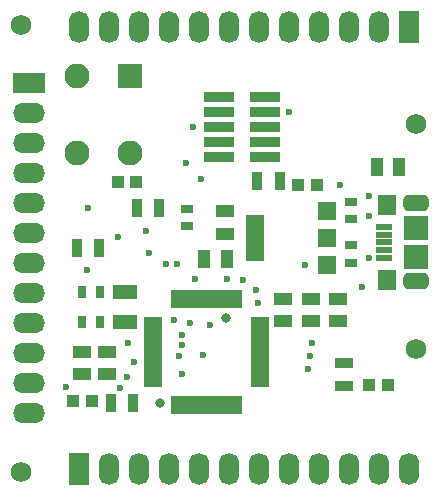
<source format=gts>
G04 Layer_Color=8388736*
%FSLAX44Y44*%
%MOMM*%
G71*
G01*
G75*
%ADD37C,0.6000*%
%ADD41R,0.8032X1.1032*%
%ADD42R,2.0032X1.2032*%
%ADD43R,1.1032X0.8032*%
%ADD44R,1.5032X0.9032*%
%ADD45R,1.0032X1.0032*%
%ADD46R,1.1032X1.5032*%
%ADD47R,0.9032X1.5032*%
%ADD48R,1.5032X1.1032*%
%ADD49R,1.5532X0.4932*%
%ADD50R,0.4932X1.5532*%
%ADD51R,2.6032X0.9432*%
%ADD52R,2.1032X2.1032*%
%ADD53R,1.6032X1.8032*%
%ADD54R,1.4500X0.5000*%
%ADD55R,1.5032X4.0032*%
%ADD56R,1.5032X1.5032*%
%ADD57C,2.1032*%
%ADD58R,2.7032X1.7032*%
%ADD59O,2.7032X1.7032*%
%ADD60R,1.7032X2.7032*%
%ADD61O,1.7032X2.7032*%
G04:AMPARAMS|DCode=62|XSize=2.2032mm|YSize=1.4032mm|CornerRadius=0.4616mm|HoleSize=0mm|Usage=FLASHONLY|Rotation=180.000|XOffset=0mm|YOffset=0mm|HoleType=Round|Shape=RoundedRectangle|*
%AMROUNDEDRECTD62*
21,1,2.2032,0.4800,0,0,180.0*
21,1,1.2800,1.4032,0,0,180.0*
1,1,0.9232,-0.6400,0.2400*
1,1,0.9232,0.6400,0.2400*
1,1,0.9232,0.6400,-0.2400*
1,1,0.9232,-0.6400,-0.2400*
%
%ADD62ROUNDEDRECTD62*%
%ADD63C,1.7272*%
%ADD64C,0.8032*%
D37*
X316834Y426834D02*
D03*
X318000Y479000D02*
D03*
X531000Y499000D02*
D03*
X556000Y489000D02*
D03*
X449000Y418000D02*
D03*
X435760Y419240D02*
D03*
X488000Y560000D02*
D03*
X460000Y410000D02*
D03*
X390999Y383999D02*
D03*
X404000Y382000D02*
D03*
X462000Y399000D02*
D03*
X370000Y441000D02*
D03*
X384000Y432000D02*
D03*
X392999Y431999D02*
D03*
X507402Y365000D02*
D03*
X506000Y354000D02*
D03*
X504402Y343000D02*
D03*
X351999Y364999D02*
D03*
X357000Y349000D02*
D03*
X351000Y336000D02*
D03*
X397999Y371999D02*
D03*
X398000Y363000D02*
D03*
X345000Y327000D02*
D03*
X398000Y339000D02*
D03*
X367000Y460000D02*
D03*
X409000Y419000D02*
D03*
X550000Y412000D02*
D03*
X556000Y437000D02*
D03*
Y472000D02*
D03*
X502000Y431000D02*
D03*
X407000Y548000D02*
D03*
X401000Y517000D02*
D03*
X414000Y504000D02*
D03*
X343000Y455000D02*
D03*
X299000Y328000D02*
D03*
X421030Y379730D02*
D03*
X415000Y355000D02*
D03*
X395000Y354000D02*
D03*
D41*
X327970Y408030D02*
D03*
X312970D02*
D03*
X327970Y382630D02*
D03*
X312970D02*
D03*
D42*
X349680Y407830D02*
D03*
Y382830D02*
D03*
D43*
X541000Y484500D02*
D03*
Y469500D02*
D03*
Y447500D02*
D03*
Y432500D02*
D03*
X402000Y478500D02*
D03*
Y463500D02*
D03*
D44*
X535000Y347500D02*
D03*
Y328500D02*
D03*
D45*
X572000Y329000D02*
D03*
X556000D02*
D03*
X343000Y501000D02*
D03*
X359000D02*
D03*
X305000Y316000D02*
D03*
X321000D02*
D03*
X512000Y499000D02*
D03*
X496000D02*
D03*
D46*
X562500Y514000D02*
D03*
X581500D02*
D03*
X416500Y436000D02*
D03*
X435500D02*
D03*
D47*
X378500Y479000D02*
D03*
X359500D02*
D03*
X356500Y314000D02*
D03*
X337500D02*
D03*
X461500Y502000D02*
D03*
X480500D02*
D03*
X308500Y445000D02*
D03*
X327500D02*
D03*
D48*
X530000Y402500D02*
D03*
Y383500D02*
D03*
X483000Y402500D02*
D03*
Y383500D02*
D03*
X507000Y402500D02*
D03*
Y383500D02*
D03*
X434000Y457500D02*
D03*
Y476500D02*
D03*
X334000Y357500D02*
D03*
Y338500D02*
D03*
X313000Y357500D02*
D03*
Y338500D02*
D03*
D49*
X373260Y384730D02*
D03*
Y379730D02*
D03*
Y374730D02*
D03*
Y369730D02*
D03*
Y364730D02*
D03*
Y359730D02*
D03*
Y354730D02*
D03*
Y349730D02*
D03*
Y344730D02*
D03*
Y339730D02*
D03*
Y334730D02*
D03*
Y329730D02*
D03*
X463260D02*
D03*
Y334730D02*
D03*
Y339730D02*
D03*
Y344730D02*
D03*
Y349730D02*
D03*
Y354730D02*
D03*
Y359730D02*
D03*
Y364730D02*
D03*
Y369730D02*
D03*
Y374730D02*
D03*
Y379730D02*
D03*
Y384730D02*
D03*
D50*
X390760Y312230D02*
D03*
X395760D02*
D03*
X400760D02*
D03*
X405760D02*
D03*
X410760D02*
D03*
X415760D02*
D03*
X420760D02*
D03*
X425760D02*
D03*
X430760D02*
D03*
X435760D02*
D03*
X440760D02*
D03*
X445760D02*
D03*
Y402230D02*
D03*
X440760D02*
D03*
X435760D02*
D03*
X430760D02*
D03*
X425760D02*
D03*
X420760D02*
D03*
X415760D02*
D03*
X410760D02*
D03*
X405760D02*
D03*
X400760D02*
D03*
X395760D02*
D03*
X390760D02*
D03*
D51*
X428500Y573400D02*
D03*
Y560700D02*
D03*
Y548000D02*
D03*
Y535300D02*
D03*
Y522600D02*
D03*
X467500Y573400D02*
D03*
Y560700D02*
D03*
Y548000D02*
D03*
Y535300D02*
D03*
Y522600D02*
D03*
D52*
X595375Y462000D02*
D03*
Y438000D02*
D03*
X353500Y590500D02*
D03*
D53*
X570875Y482000D02*
D03*
Y418000D02*
D03*
D54*
X568625Y463000D02*
D03*
Y456500D02*
D03*
Y450000D02*
D03*
Y443500D02*
D03*
Y437000D02*
D03*
D55*
X459500Y454000D02*
D03*
D56*
X520500Y431000D02*
D03*
Y454000D02*
D03*
Y477000D02*
D03*
D57*
X308500Y590500D02*
D03*
Y525500D02*
D03*
X353500D02*
D03*
D58*
X268000Y584700D02*
D03*
D59*
Y559300D02*
D03*
Y533900D02*
D03*
Y508500D02*
D03*
Y483100D02*
D03*
Y457700D02*
D03*
Y432300D02*
D03*
Y406900D02*
D03*
Y381500D02*
D03*
Y356100D02*
D03*
Y330700D02*
D03*
Y305300D02*
D03*
D60*
X310300Y258000D02*
D03*
X589700Y632000D02*
D03*
D61*
X335700Y258000D02*
D03*
X361100D02*
D03*
X386500D02*
D03*
X411900D02*
D03*
X437300D02*
D03*
X462700D02*
D03*
X488100D02*
D03*
X513500D02*
D03*
X538900D02*
D03*
X564300D02*
D03*
X589700D02*
D03*
X564300Y632000D02*
D03*
X538900D02*
D03*
X513500D02*
D03*
X488100D02*
D03*
X462700D02*
D03*
X437300D02*
D03*
X411900D02*
D03*
X386500D02*
D03*
X361100D02*
D03*
X335700D02*
D03*
X310300D02*
D03*
D62*
X595375Y483000D02*
D03*
Y417000D02*
D03*
D63*
X261000Y256000D02*
D03*
Y634000D02*
D03*
X596000Y360000D02*
D03*
Y550000D02*
D03*
D64*
X379000Y314000D02*
D03*
X435000Y386000D02*
D03*
M02*

</source>
